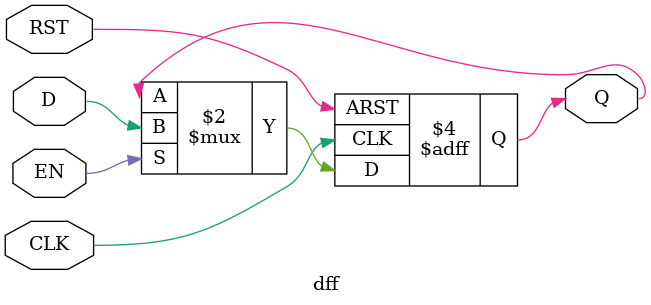
<source format=v>
`timescale 1ns / 1ps


module dff(
  input D,
  input CLK,
  input EN,
  input RST,
  output reg Q
);


always@(posedge CLK, posedge RST)
  if(RST) begin
    Q <= 1'b0;
  end
  else if(EN)
    Q <= D;


endmodule

</source>
